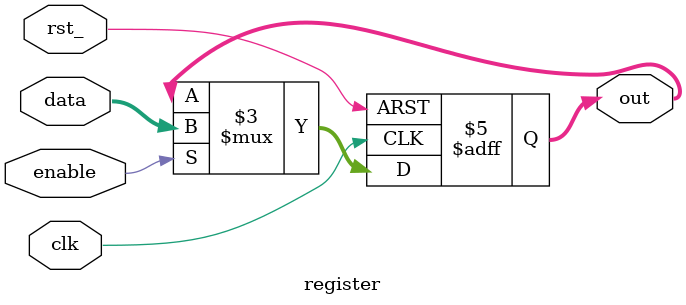
<source format=sv>
module register(
    input logic [0:7] data,
    input logic rst_,
    input logic enable,
    input logic clk,
    output logic [0:7] out    
);
    always_ff @(posedge clk or negedge rst_) begin
        if (!rst_) begin
            out <= 0;
        end else if (enable) begin
            out <= data;
        end
    end
endmodule
</source>
